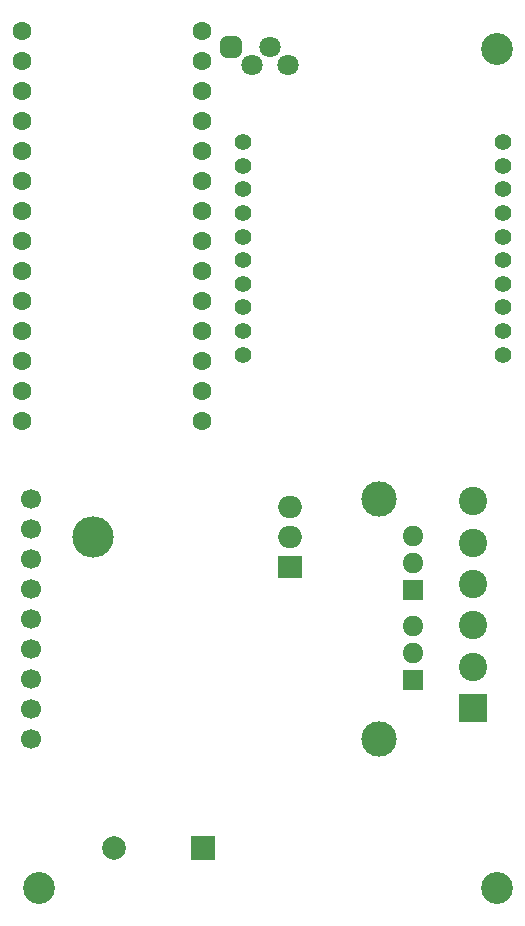
<source format=gbs>
%TF.GenerationSoftware,KiCad,Pcbnew,(6.0.0-0)*%
%TF.CreationDate,2022-05-31T22:47:45-04:00*%
%TF.ProjectId,2021 - 2022 Flight Computer,32303231-202d-4203-9230-323220466c69,rev?*%
%TF.SameCoordinates,Original*%
%TF.FileFunction,Soldermask,Bot*%
%TF.FilePolarity,Negative*%
%FSLAX46Y46*%
G04 Gerber Fmt 4.6, Leading zero omitted, Abs format (unit mm)*
G04 Created by KiCad (PCBNEW (6.0.0-0)) date 2022-05-31 22:47:45*
%MOMM*%
%LPD*%
G01*
G04 APERTURE LIST*
G04 Aperture macros list*
%AMRoundRect*
0 Rectangle with rounded corners*
0 $1 Rounding radius*
0 $2 $3 $4 $5 $6 $7 $8 $9 X,Y pos of 4 corners*
0 Add a 4 corners polygon primitive as box body*
4,1,4,$2,$3,$4,$5,$6,$7,$8,$9,$2,$3,0*
0 Add four circle primitives for the rounded corners*
1,1,$1+$1,$2,$3*
1,1,$1+$1,$4,$5*
1,1,$1+$1,$6,$7*
1,1,$1+$1,$8,$9*
0 Add four rect primitives between the rounded corners*
20,1,$1+$1,$2,$3,$4,$5,0*
20,1,$1+$1,$4,$5,$6,$7,0*
20,1,$1+$1,$6,$7,$8,$9,0*
20,1,$1+$1,$8,$9,$2,$3,0*%
G04 Aperture macros list end*
%ADD10O,3.500000X3.500000*%
%ADD11R,2.000000X1.905000*%
%ADD12O,2.000000X1.905000*%
%ADD13C,1.397000*%
%ADD14C,2.700000*%
%ADD15C,1.600000*%
%ADD16C,3.000000*%
%ADD17C,1.700000*%
%ADD18R,1.800000X1.717500*%
%ADD19O,1.800000X1.717500*%
%ADD20R,2.400000X2.400000*%
%ADD21C,2.400000*%
%ADD22R,2.000000X2.000000*%
%ADD23C,2.000000*%
%ADD24RoundRect,0.450000X-0.450000X-0.450000X0.450000X-0.450000X0.450000X0.450000X-0.450000X0.450000X0*%
%ADD25C,1.800000*%
G04 APERTURE END LIST*
D10*
%TO.C,U1*%
X79570000Y-108250000D03*
D11*
X96230000Y-110790000D03*
D12*
X96230000Y-108250000D03*
X96230000Y-105710000D03*
%TD*%
D13*
%TO.C,IC2*%
X92249260Y-74840000D03*
X92249260Y-76838980D03*
X92249260Y-78840500D03*
X92249260Y-80839480D03*
X92249260Y-82841000D03*
X92249260Y-84839980D03*
X92249260Y-86838960D03*
X92249260Y-88840480D03*
X92249260Y-90839460D03*
X92249260Y-92840980D03*
X114250740Y-92840980D03*
X114250740Y-90839460D03*
X114250740Y-88840480D03*
X114250740Y-86838960D03*
X114250740Y-84839980D03*
X114250740Y-82841000D03*
X114250740Y-80839480D03*
X114250740Y-78840500D03*
X114250740Y-76838980D03*
X114250740Y-74840000D03*
%TD*%
D14*
%TO.C,H2*%
X113750000Y-67000000D03*
%TD*%
D15*
%TO.C,IC1*%
X73540000Y-65450000D03*
X73540000Y-67990000D03*
X73540000Y-70530000D03*
X73540000Y-73070000D03*
X73540000Y-75610000D03*
X73540000Y-78150000D03*
X73540000Y-80690000D03*
X73540000Y-83230000D03*
X73540000Y-85770000D03*
X73540000Y-88310000D03*
X73540000Y-90850000D03*
X73540000Y-93390000D03*
X73540000Y-95930000D03*
X73540000Y-98470000D03*
X88780000Y-98470000D03*
X88780000Y-95930000D03*
X88780000Y-93390000D03*
X88780000Y-90850000D03*
X88780000Y-88310000D03*
X88780000Y-85770000D03*
X88780000Y-83230000D03*
X88780000Y-80690000D03*
X88780000Y-78150000D03*
X88780000Y-75610000D03*
X88780000Y-73070000D03*
X88780000Y-70530000D03*
X88780000Y-67990000D03*
X88780000Y-65450000D03*
%TD*%
D16*
%TO.C,U2*%
X103746000Y-105090000D03*
X103746000Y-125410000D03*
D17*
X74282000Y-105090000D03*
X74282000Y-107630000D03*
X74282000Y-110170000D03*
X74282000Y-112710000D03*
X74282000Y-115250000D03*
X74282000Y-117790000D03*
X74282000Y-120330000D03*
X74282000Y-122870000D03*
X74282000Y-125410000D03*
%TD*%
D18*
%TO.C,Q1*%
X106680000Y-120400000D03*
D19*
X106680000Y-118110000D03*
X106680000Y-115820000D03*
%TD*%
D18*
%TO.C,Q5*%
X106680000Y-112780000D03*
D19*
X106680000Y-110490000D03*
X106680000Y-108200000D03*
%TD*%
D14*
%TO.C,H3*%
X75000000Y-138000000D03*
%TD*%
D20*
%TO.C,J1*%
X111750000Y-122750000D03*
D21*
X111750000Y-119250000D03*
X111750000Y-115750000D03*
X111750000Y-112250000D03*
X111750000Y-108750000D03*
X111750000Y-105250000D03*
%TD*%
D22*
%TO.C,BZ1*%
X88900000Y-134620000D03*
D23*
X81300000Y-134620000D03*
%TD*%
D24*
%TO.C,D1*%
X91260000Y-66810000D03*
D25*
X93038000Y-68334000D03*
X94562000Y-66810000D03*
X96086000Y-68334000D03*
%TD*%
D14*
%TO.C,H1*%
X113750000Y-138000000D03*
%TD*%
M02*

</source>
